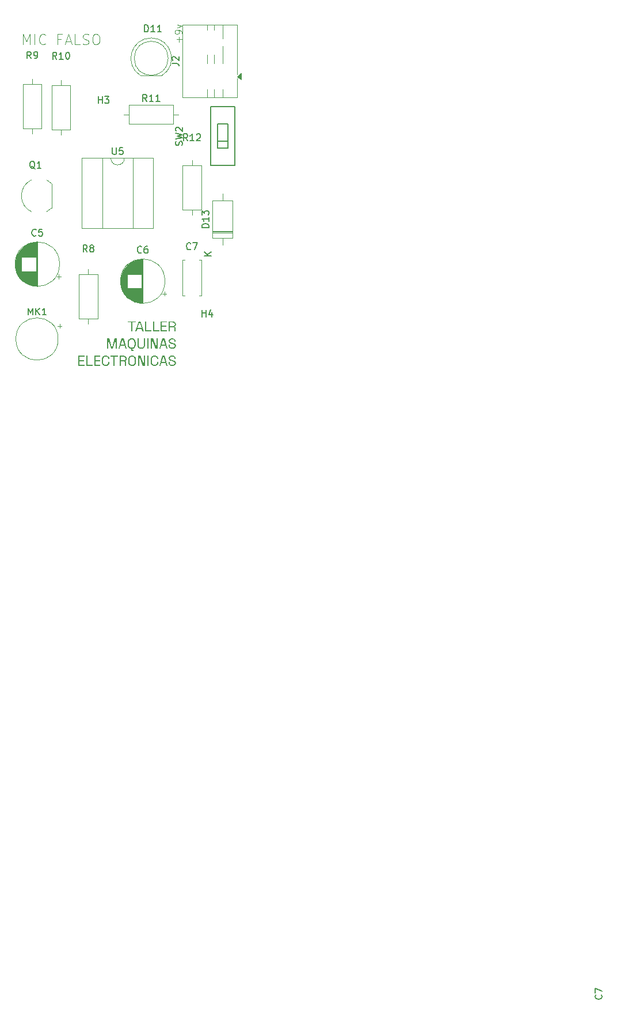
<source format=gbr>
%TF.GenerationSoftware,KiCad,Pcbnew,9.0.2*%
%TF.CreationDate,2025-06-20T15:59:31-04:00*%
%TF.ProjectId,proj02-g05,70726f6a-3032-42d6-9730-352e6b696361,rev?*%
%TF.SameCoordinates,Original*%
%TF.FileFunction,Legend,Top*%
%TF.FilePolarity,Positive*%
%FSLAX46Y46*%
G04 Gerber Fmt 4.6, Leading zero omitted, Abs format (unit mm)*
G04 Created by KiCad (PCBNEW 9.0.2) date 2025-06-20 15:59:31*
%MOMM*%
%LPD*%
G01*
G04 APERTURE LIST*
%ADD10C,0.150000*%
%ADD11C,0.100000*%
%ADD12C,0.120000*%
G04 APERTURE END LIST*
D10*
X124583333Y-62859580D02*
X124535714Y-62907200D01*
X124535714Y-62907200D02*
X124392857Y-62954819D01*
X124392857Y-62954819D02*
X124297619Y-62954819D01*
X124297619Y-62954819D02*
X124154762Y-62907200D01*
X124154762Y-62907200D02*
X124059524Y-62811961D01*
X124059524Y-62811961D02*
X124011905Y-62716723D01*
X124011905Y-62716723D02*
X123964286Y-62526247D01*
X123964286Y-62526247D02*
X123964286Y-62383390D01*
X123964286Y-62383390D02*
X124011905Y-62192914D01*
X124011905Y-62192914D02*
X124059524Y-62097676D01*
X124059524Y-62097676D02*
X124154762Y-62002438D01*
X124154762Y-62002438D02*
X124297619Y-61954819D01*
X124297619Y-61954819D02*
X124392857Y-61954819D01*
X124392857Y-61954819D02*
X124535714Y-62002438D01*
X124535714Y-62002438D02*
X124583333Y-62050057D01*
X124916667Y-61954819D02*
X125583333Y-61954819D01*
X125583333Y-61954819D02*
X125154762Y-62954819D01*
D11*
X99922931Y-32811228D02*
X99922931Y-31311228D01*
X99922931Y-31311228D02*
X100422931Y-32382657D01*
X100422931Y-32382657D02*
X100922931Y-31311228D01*
X100922931Y-31311228D02*
X100922931Y-32811228D01*
X101637217Y-32811228D02*
X101637217Y-31311228D01*
X103208646Y-32668371D02*
X103137218Y-32739800D01*
X103137218Y-32739800D02*
X102922932Y-32811228D01*
X102922932Y-32811228D02*
X102780075Y-32811228D01*
X102780075Y-32811228D02*
X102565789Y-32739800D01*
X102565789Y-32739800D02*
X102422932Y-32596942D01*
X102422932Y-32596942D02*
X102351503Y-32454085D01*
X102351503Y-32454085D02*
X102280075Y-32168371D01*
X102280075Y-32168371D02*
X102280075Y-31954085D01*
X102280075Y-31954085D02*
X102351503Y-31668371D01*
X102351503Y-31668371D02*
X102422932Y-31525514D01*
X102422932Y-31525514D02*
X102565789Y-31382657D01*
X102565789Y-31382657D02*
X102780075Y-31311228D01*
X102780075Y-31311228D02*
X102922932Y-31311228D01*
X102922932Y-31311228D02*
X103137218Y-31382657D01*
X103137218Y-31382657D02*
X103208646Y-31454085D01*
X105494360Y-32025514D02*
X104994360Y-32025514D01*
X104994360Y-32811228D02*
X104994360Y-31311228D01*
X104994360Y-31311228D02*
X105708646Y-31311228D01*
X106208646Y-32382657D02*
X106922932Y-32382657D01*
X106065789Y-32811228D02*
X106565789Y-31311228D01*
X106565789Y-31311228D02*
X107065789Y-32811228D01*
X108280074Y-32811228D02*
X107565788Y-32811228D01*
X107565788Y-32811228D02*
X107565788Y-31311228D01*
X108708646Y-32739800D02*
X108922932Y-32811228D01*
X108922932Y-32811228D02*
X109280074Y-32811228D01*
X109280074Y-32811228D02*
X109422932Y-32739800D01*
X109422932Y-32739800D02*
X109494360Y-32668371D01*
X109494360Y-32668371D02*
X109565789Y-32525514D01*
X109565789Y-32525514D02*
X109565789Y-32382657D01*
X109565789Y-32382657D02*
X109494360Y-32239800D01*
X109494360Y-32239800D02*
X109422932Y-32168371D01*
X109422932Y-32168371D02*
X109280074Y-32096942D01*
X109280074Y-32096942D02*
X108994360Y-32025514D01*
X108994360Y-32025514D02*
X108851503Y-31954085D01*
X108851503Y-31954085D02*
X108780074Y-31882657D01*
X108780074Y-31882657D02*
X108708646Y-31739800D01*
X108708646Y-31739800D02*
X108708646Y-31596942D01*
X108708646Y-31596942D02*
X108780074Y-31454085D01*
X108780074Y-31454085D02*
X108851503Y-31382657D01*
X108851503Y-31382657D02*
X108994360Y-31311228D01*
X108994360Y-31311228D02*
X109351503Y-31311228D01*
X109351503Y-31311228D02*
X109565789Y-31382657D01*
X110494360Y-31311228D02*
X110780074Y-31311228D01*
X110780074Y-31311228D02*
X110922931Y-31382657D01*
X110922931Y-31382657D02*
X111065788Y-31525514D01*
X111065788Y-31525514D02*
X111137217Y-31811228D01*
X111137217Y-31811228D02*
X111137217Y-32311228D01*
X111137217Y-32311228D02*
X111065788Y-32596942D01*
X111065788Y-32596942D02*
X110922931Y-32739800D01*
X110922931Y-32739800D02*
X110780074Y-32811228D01*
X110780074Y-32811228D02*
X110494360Y-32811228D01*
X110494360Y-32811228D02*
X110351503Y-32739800D01*
X110351503Y-32739800D02*
X110208645Y-32596942D01*
X110208645Y-32596942D02*
X110137217Y-32311228D01*
X110137217Y-32311228D02*
X110137217Y-31811228D01*
X110137217Y-31811228D02*
X110208645Y-31525514D01*
X110208645Y-31525514D02*
X110351503Y-31382657D01*
X110351503Y-31382657D02*
X110494360Y-31311228D01*
G36*
X115832262Y-74955000D02*
G01*
X116008666Y-74955000D01*
X116008666Y-73644698D01*
X116481185Y-73644698D01*
X116481185Y-73485054D01*
X115359835Y-73485054D01*
X115359835Y-73644698D01*
X115832262Y-73644698D01*
X115832262Y-74955000D01*
G37*
G36*
X117650711Y-74955000D02*
G01*
X117467987Y-74955000D01*
X117354597Y-74583323D01*
X116728847Y-74583323D01*
X116615366Y-74955000D01*
X116432733Y-74955000D01*
X116596646Y-74423771D01*
X116775009Y-74423771D01*
X117308435Y-74423771D01*
X117056377Y-73592124D01*
X117026976Y-73592124D01*
X116775009Y-74423771D01*
X116596646Y-74423771D01*
X116886292Y-73485054D01*
X117197061Y-73485054D01*
X117650711Y-74955000D01*
G37*
G36*
X117870072Y-74955000D02*
G01*
X118789829Y-74955000D01*
X118789829Y-74795448D01*
X118046476Y-74795448D01*
X118046476Y-73485054D01*
X117870072Y-73485054D01*
X117870072Y-74955000D01*
G37*
G36*
X119016059Y-74955000D02*
G01*
X119935817Y-74955000D01*
X119935817Y-74795448D01*
X119192464Y-74795448D01*
X119192464Y-73485054D01*
X119016059Y-73485054D01*
X119016059Y-74955000D01*
G37*
G36*
X120162047Y-74955000D02*
G01*
X121077591Y-74955000D01*
X121077591Y-74795448D01*
X120338451Y-74795448D01*
X120338451Y-74295635D01*
X121008348Y-74295635D01*
X121008348Y-74136084D01*
X120338451Y-74136084D01*
X120338451Y-73644698D01*
X121067150Y-73644698D01*
X121067150Y-73485054D01*
X120162047Y-73485054D01*
X120162047Y-74955000D01*
G37*
G36*
X122033685Y-73491646D02*
G01*
X122142620Y-73518100D01*
X122232655Y-73561857D01*
X122303598Y-73620390D01*
X122355550Y-73692280D01*
X122374310Y-73733142D01*
X122388035Y-73777236D01*
X122396543Y-73824926D01*
X122399433Y-73875690D01*
X122399433Y-73898771D01*
X122392502Y-73980086D01*
X122381087Y-74027006D01*
X122364806Y-74069342D01*
X122343122Y-74108778D01*
X122317219Y-74143390D01*
X122285535Y-74175126D01*
X122250362Y-74201582D01*
X122209543Y-74224214D01*
X122166334Y-74241047D01*
X122166334Y-74270448D01*
X122193854Y-74273122D01*
X122254579Y-74292906D01*
X122299754Y-74329691D01*
X122316747Y-74354867D01*
X122329473Y-74384640D01*
X122337772Y-74420517D01*
X122340632Y-74461507D01*
X122340632Y-74955000D01*
X122166334Y-74955000D01*
X122166334Y-74482573D01*
X122160912Y-74436456D01*
X122138838Y-74392714D01*
X122120580Y-74376147D01*
X122097546Y-74363845D01*
X122065790Y-74355235D01*
X122027757Y-74352330D01*
X121519609Y-74352330D01*
X121519609Y-74955000D01*
X121343205Y-74955000D01*
X121343205Y-74192779D01*
X121519609Y-74192779D01*
X121920687Y-74192779D01*
X121974394Y-74189976D01*
X122062409Y-74169950D01*
X122130150Y-74133345D01*
X122179759Y-74081370D01*
X122198101Y-74049051D01*
X122211513Y-74013011D01*
X122220124Y-73971435D01*
X122223029Y-73926065D01*
X122223029Y-73911319D01*
X122220852Y-73870726D01*
X122201742Y-73794200D01*
X122164287Y-73733556D01*
X122138166Y-73708340D01*
X122107436Y-73687179D01*
X122070043Y-73669331D01*
X122027687Y-73656234D01*
X121976922Y-73647605D01*
X121920687Y-73644698D01*
X121519609Y-73644698D01*
X121519609Y-74192779D01*
X121343205Y-74192779D01*
X121343205Y-73485054D01*
X121937448Y-73485054D01*
X122033685Y-73491646D01*
G37*
G36*
X112241251Y-77475000D02*
G01*
X112411335Y-77475000D01*
X112411335Y-76120551D01*
X112440736Y-76120551D01*
X112829174Y-77475000D01*
X113133714Y-77475000D01*
X113522243Y-76120551D01*
X113551644Y-76120551D01*
X113551644Y-77475000D01*
X113721729Y-77475000D01*
X113721729Y-76005054D01*
X113385681Y-76005054D01*
X112995137Y-77363716D01*
X112967842Y-77363716D01*
X112577207Y-76005054D01*
X112241251Y-76005054D01*
X112241251Y-77475000D01*
G37*
G36*
X115159434Y-77475000D02*
G01*
X114976709Y-77475000D01*
X114863320Y-77103323D01*
X114237569Y-77103323D01*
X114124088Y-77475000D01*
X113941456Y-77475000D01*
X114105369Y-76943771D01*
X114283731Y-76943771D01*
X114817158Y-76943771D01*
X114565099Y-76112124D01*
X114535698Y-76112124D01*
X114283731Y-76943771D01*
X114105369Y-76943771D01*
X114395014Y-76005054D01*
X114705783Y-76005054D01*
X115159434Y-77475000D01*
G37*
G36*
X116013192Y-75984630D02*
G01*
X116128755Y-76013516D01*
X116226930Y-76060408D01*
X116308910Y-76124461D01*
X116344109Y-76163090D01*
X116375231Y-76206045D01*
X116402544Y-76254092D01*
X116425369Y-76306529D01*
X116443997Y-76364920D01*
X116457592Y-76427859D01*
X116466191Y-76497597D01*
X116469094Y-76572095D01*
X116469094Y-76908051D01*
X116468298Y-76947654D01*
X116451971Y-77082092D01*
X116416588Y-77195978D01*
X116363921Y-77291320D01*
X116331244Y-77332630D01*
X116294547Y-77369584D01*
X116253180Y-77402708D01*
X116207924Y-77431244D01*
X116157271Y-77455854D01*
X116102781Y-77475496D01*
X116042150Y-77490623D01*
X115977708Y-77500279D01*
X115977708Y-77607349D01*
X115980075Y-77629524D01*
X115997316Y-77658632D01*
X116014451Y-77667431D01*
X116036510Y-77670363D01*
X116175178Y-77670363D01*
X116175178Y-77815260D01*
X115977708Y-77815260D01*
X115956324Y-77814289D01*
X115894308Y-77797830D01*
X115847527Y-77762957D01*
X115829889Y-77738612D01*
X115816827Y-77710154D01*
X115808396Y-77676466D01*
X115805517Y-77638856D01*
X115805517Y-77500279D01*
X115770866Y-77495802D01*
X115655857Y-77467071D01*
X115558014Y-77420263D01*
X115476224Y-77356220D01*
X115441088Y-77317575D01*
X115410005Y-77274575D01*
X115382729Y-77226484D01*
X115359923Y-77173973D01*
X115341316Y-77115517D01*
X115327730Y-77052481D01*
X115319139Y-76982664D01*
X115316237Y-76908051D01*
X115316237Y-76572095D01*
X115316658Y-76565775D01*
X115492642Y-76565775D01*
X115492642Y-76914371D01*
X115497365Y-76995275D01*
X115520888Y-77100186D01*
X115561729Y-77185548D01*
X115618515Y-77253003D01*
X115653047Y-77280398D01*
X115691444Y-77303256D01*
X115734736Y-77321859D01*
X115781885Y-77335429D01*
X115834787Y-77344049D01*
X115891613Y-77346955D01*
X115960245Y-77342733D01*
X116056080Y-77319533D01*
X116135624Y-77277769D01*
X116169842Y-77249975D01*
X116200066Y-77217800D01*
X116226851Y-77180323D01*
X116249226Y-77138485D01*
X116267731Y-77090419D01*
X116281230Y-77037917D01*
X116289872Y-76978404D01*
X116292781Y-76914371D01*
X116292781Y-76565775D01*
X116287938Y-76483889D01*
X116264284Y-76379300D01*
X116223342Y-76294236D01*
X116166414Y-76226994D01*
X116131760Y-76199664D01*
X116093209Y-76176855D01*
X116049681Y-76158274D01*
X116002243Y-76144717D01*
X115948927Y-76136097D01*
X115891613Y-76133190D01*
X115824428Y-76137297D01*
X115729005Y-76160367D01*
X115649663Y-76202087D01*
X115615496Y-76229892D01*
X115585302Y-76262100D01*
X115558538Y-76299620D01*
X115536171Y-76341521D01*
X115517679Y-76389633D01*
X115504183Y-76442197D01*
X115495550Y-76501722D01*
X115492642Y-76565775D01*
X115316658Y-76565775D01*
X115324391Y-76449544D01*
X115352441Y-76327673D01*
X115398374Y-76225034D01*
X115427684Y-76180345D01*
X115461100Y-76139958D01*
X115498935Y-76103523D01*
X115540693Y-76071567D01*
X115587490Y-76043462D01*
X115638123Y-76020158D01*
X115694530Y-76001104D01*
X115754731Y-75987307D01*
X115821300Y-75978576D01*
X115891613Y-75975654D01*
X116013192Y-75984630D01*
G37*
G36*
X117293414Y-77504400D02*
G01*
X117364674Y-77501475D01*
X117431900Y-77492723D01*
X117491994Y-77478992D01*
X117547997Y-77460032D01*
X117597483Y-77437064D01*
X117642865Y-77409378D01*
X117682594Y-77378218D01*
X117718172Y-77342715D01*
X117748877Y-77303698D01*
X117775279Y-77260548D01*
X117814543Y-77162003D01*
X117834939Y-77045242D01*
X117837373Y-76983613D01*
X117837373Y-76005054D01*
X117660969Y-76005054D01*
X117660969Y-76985720D01*
X117658060Y-77044379D01*
X117649423Y-77097896D01*
X117636148Y-77143638D01*
X117618009Y-77184780D01*
X117596118Y-77219941D01*
X117569944Y-77250837D01*
X117505878Y-77299378D01*
X117424021Y-77331634D01*
X117320988Y-77346367D01*
X117293414Y-77346955D01*
X117233237Y-77344027D01*
X117178049Y-77335256D01*
X117131383Y-77321893D01*
X117089245Y-77303521D01*
X117053710Y-77281590D01*
X117022399Y-77255218D01*
X116996056Y-77225284D01*
X116973888Y-77191163D01*
X116942193Y-77109535D01*
X116928403Y-77006641D01*
X116928057Y-76985720D01*
X116928057Y-76005054D01*
X116751653Y-76005054D01*
X116751653Y-76983613D01*
X116754552Y-77050727D01*
X116763128Y-77113327D01*
X116776687Y-77169698D01*
X116795238Y-77221775D01*
X116818067Y-77268569D01*
X116845357Y-77311203D01*
X116912193Y-77383489D01*
X116995808Y-77439627D01*
X117097255Y-77479351D01*
X117217967Y-77501067D01*
X117293414Y-77504400D01*
G37*
G36*
X118160232Y-77475000D02*
G01*
X118336636Y-77475000D01*
X118336636Y-76005054D01*
X118160232Y-76005054D01*
X118160232Y-77475000D01*
G37*
G36*
X118671676Y-77475000D02*
G01*
X118845974Y-77475000D01*
X118845974Y-76114231D01*
X118875375Y-76114231D01*
X119385629Y-77475000D01*
X119727904Y-77475000D01*
X119727904Y-76005054D01*
X119553607Y-76005054D01*
X119553607Y-77363716D01*
X119526312Y-77363716D01*
X119013952Y-76005054D01*
X118671676Y-76005054D01*
X118671676Y-77475000D01*
G37*
G36*
X121167808Y-77475000D02*
G01*
X120985083Y-77475000D01*
X120871694Y-77103323D01*
X120245943Y-77103323D01*
X120132462Y-77475000D01*
X119949830Y-77475000D01*
X120113743Y-76943771D01*
X120292105Y-76943771D01*
X120825532Y-76943771D01*
X120573473Y-76112124D01*
X120544072Y-76112124D01*
X120292105Y-76943771D01*
X120113743Y-76943771D01*
X120403389Y-76005054D01*
X120714157Y-76005054D01*
X121167808Y-77475000D01*
G37*
G36*
X121870586Y-77504400D02*
G01*
X121941201Y-77501504D01*
X122007728Y-77492954D01*
X122068668Y-77479305D01*
X122125209Y-77460630D01*
X122175813Y-77437803D01*
X122221804Y-77410577D01*
X122261897Y-77380052D01*
X122297217Y-77345705D01*
X122326926Y-77308611D01*
X122351700Y-77268181D01*
X122371130Y-77225152D01*
X122385389Y-77179172D01*
X122394292Y-77130407D01*
X122397666Y-77078991D01*
X122397692Y-77073922D01*
X122394811Y-77022030D01*
X122386366Y-76974636D01*
X122373009Y-76932386D01*
X122354893Y-76893958D01*
X122304464Y-76826539D01*
X122232789Y-76768676D01*
X122134083Y-76718199D01*
X121997979Y-76673616D01*
X121944042Y-76660297D01*
X121834865Y-76632911D01*
X121725109Y-76601816D01*
X121637327Y-76564441D01*
X121600928Y-76540752D01*
X121571251Y-76513207D01*
X121551677Y-76486495D01*
X121537206Y-76456091D01*
X121524294Y-76385745D01*
X121524097Y-76374624D01*
X121526989Y-76334647D01*
X121535512Y-76297970D01*
X121549011Y-76265481D01*
X121567422Y-76236271D01*
X121618602Y-76187644D01*
X121690429Y-76152078D01*
X121785287Y-76131968D01*
X121845398Y-76128977D01*
X121907126Y-76131950D01*
X121964580Y-76141033D01*
X122011981Y-76154597D01*
X122054949Y-76173465D01*
X122089655Y-76195288D01*
X122119993Y-76221745D01*
X122144098Y-76250793D01*
X122163798Y-76284120D01*
X122178514Y-76320911D01*
X122188490Y-76361991D01*
X122193994Y-76429213D01*
X122193994Y-76517415D01*
X122368292Y-76517415D01*
X122368292Y-76429213D01*
X122365405Y-76371995D01*
X122356924Y-76318585D01*
X122343328Y-76269614D01*
X122324798Y-76224374D01*
X122273841Y-76144979D01*
X122204622Y-76079539D01*
X122116754Y-76028374D01*
X122009721Y-75993136D01*
X121883890Y-75976535D01*
X121845398Y-75975654D01*
X121776386Y-75978555D01*
X121711382Y-75987138D01*
X121652240Y-76000783D01*
X121597486Y-76019479D01*
X121549023Y-76042184D01*
X121505188Y-76069298D01*
X121467533Y-76099491D01*
X121434662Y-76133513D01*
X121407542Y-76170087D01*
X121385368Y-76210022D01*
X121368579Y-76252498D01*
X121356995Y-76297996D01*
X121349799Y-76376731D01*
X121352692Y-76429666D01*
X121361218Y-76477983D01*
X121374588Y-76520525D01*
X121392795Y-76559254D01*
X121443301Y-76626666D01*
X121515300Y-76684433D01*
X121615285Y-76735093D01*
X121755072Y-76780412D01*
X121786597Y-76788341D01*
X121895773Y-76815635D01*
X122007746Y-76845852D01*
X122099701Y-76883196D01*
X122138601Y-76907154D01*
X122170738Y-76935128D01*
X122191966Y-76961933D01*
X122207950Y-76992410D01*
X122217957Y-77024757D01*
X122222889Y-77061046D01*
X122223395Y-77078135D01*
X122220477Y-77119053D01*
X122211777Y-77157673D01*
X122197873Y-77192681D01*
X122178666Y-77224950D01*
X122154572Y-77253845D01*
X122125451Y-77279524D01*
X122051787Y-77320391D01*
X121956257Y-77345218D01*
X121870586Y-77351168D01*
X121810369Y-77348226D01*
X121753981Y-77339353D01*
X121705315Y-77325707D01*
X121660672Y-77306810D01*
X121622870Y-77284342D01*
X121589161Y-77257189D01*
X121561066Y-77226874D01*
X121537191Y-77192213D01*
X121518071Y-77153874D01*
X121503488Y-77111262D01*
X121488807Y-77011895D01*
X121488376Y-76989933D01*
X121488376Y-76945878D01*
X121314079Y-76945878D01*
X121314079Y-76989933D01*
X121316969Y-77054348D01*
X121325483Y-77114425D01*
X121339042Y-77169074D01*
X121357541Y-77219574D01*
X121380523Y-77265531D01*
X121407915Y-77307427D01*
X121475574Y-77379499D01*
X121560649Y-77436335D01*
X121663928Y-77477231D01*
X121786100Y-77500271D01*
X121870586Y-77504400D01*
G37*
G36*
X108044182Y-79995000D02*
G01*
X108959726Y-79995000D01*
X108959726Y-79835448D01*
X108220586Y-79835448D01*
X108220586Y-79335635D01*
X108890483Y-79335635D01*
X108890483Y-79176084D01*
X108220586Y-79176084D01*
X108220586Y-78684698D01*
X108949284Y-78684698D01*
X108949284Y-78525054D01*
X108044182Y-78525054D01*
X108044182Y-79995000D01*
G37*
G36*
X109225340Y-79995000D02*
G01*
X110145097Y-79995000D01*
X110145097Y-79835448D01*
X109401744Y-79835448D01*
X109401744Y-78525054D01*
X109225340Y-78525054D01*
X109225340Y-79995000D01*
G37*
G36*
X110371327Y-79995000D02*
G01*
X111286872Y-79995000D01*
X111286872Y-79835448D01*
X110547732Y-79835448D01*
X110547732Y-79335635D01*
X111217629Y-79335635D01*
X111217629Y-79176084D01*
X110547732Y-79176084D01*
X110547732Y-78684698D01*
X111276430Y-78684698D01*
X111276430Y-78525054D01*
X110371327Y-78525054D01*
X110371327Y-79995000D01*
G37*
G36*
X112083714Y-80024400D02*
G01*
X112152827Y-80021496D01*
X112217535Y-80012887D01*
X112275884Y-79999276D01*
X112329968Y-79980616D01*
X112378480Y-79957722D01*
X112422815Y-79930306D01*
X112462375Y-79898976D01*
X112497751Y-79863505D01*
X112555790Y-79780482D01*
X112596851Y-79680464D01*
X112619592Y-79562136D01*
X112623460Y-79482639D01*
X112623460Y-79455345D01*
X112449162Y-79455345D01*
X112449162Y-79488959D01*
X112446217Y-79548117D01*
X112437321Y-79603640D01*
X112423632Y-79651620D01*
X112404651Y-79695720D01*
X112382057Y-79733123D01*
X112354718Y-79766534D01*
X112324136Y-79794441D01*
X112289126Y-79818193D01*
X112250321Y-79837258D01*
X112207135Y-79851819D01*
X112106207Y-79866518D01*
X112083714Y-79866955D01*
X112027343Y-79864048D01*
X111974824Y-79855421D01*
X111927991Y-79841836D01*
X111884959Y-79823203D01*
X111846762Y-79800293D01*
X111812389Y-79772823D01*
X111755797Y-79705100D01*
X111715045Y-79619273D01*
X111691557Y-79513646D01*
X111686850Y-79432264D01*
X111686850Y-79087882D01*
X111689757Y-79023354D01*
X111698382Y-78963432D01*
X111711863Y-78910535D01*
X111730327Y-78862151D01*
X111752649Y-78820037D01*
X111779345Y-78782351D01*
X111809441Y-78750027D01*
X111843475Y-78722140D01*
X111922409Y-78680350D01*
X112017193Y-78657282D01*
X112083714Y-78653190D01*
X112140289Y-78656075D01*
X112191913Y-78664545D01*
X112237205Y-78677797D01*
X112277964Y-78695768D01*
X112313732Y-78717841D01*
X112345199Y-78744010D01*
X112395911Y-78808507D01*
X112430622Y-78890237D01*
X112447824Y-78990888D01*
X112449162Y-79031187D01*
X112449162Y-79047948D01*
X112623460Y-79047948D01*
X112623460Y-79037415D01*
X112620544Y-78968128D01*
X112611851Y-78902839D01*
X112598135Y-78844033D01*
X112579242Y-78789239D01*
X112556177Y-78740324D01*
X112528430Y-78695432D01*
X112496939Y-78655672D01*
X112461126Y-78620000D01*
X112421476Y-78588838D01*
X112377715Y-78561939D01*
X112277397Y-78521224D01*
X112158609Y-78499082D01*
X112083714Y-78495654D01*
X112013806Y-78498576D01*
X111947586Y-78507307D01*
X111887641Y-78521112D01*
X111831450Y-78540180D01*
X111780972Y-78563514D01*
X111734301Y-78591659D01*
X111692633Y-78623674D01*
X111654870Y-78660178D01*
X111621510Y-78700652D01*
X111592249Y-78745442D01*
X111546410Y-78848312D01*
X111518473Y-78970432D01*
X111510445Y-79092095D01*
X111510445Y-79428051D01*
X111513347Y-79502547D01*
X111521938Y-79572283D01*
X111535530Y-79635288D01*
X111554146Y-79693734D01*
X111576970Y-79746261D01*
X111604268Y-79794378D01*
X111635376Y-79837408D01*
X111670541Y-79876087D01*
X111752378Y-79940179D01*
X111850225Y-79986995D01*
X111965152Y-80015687D01*
X112083714Y-80024400D01*
G37*
G36*
X113225213Y-79995000D02*
G01*
X113401618Y-79995000D01*
X113401618Y-78684698D01*
X113874136Y-78684698D01*
X113874136Y-78525054D01*
X112752787Y-78525054D01*
X112752787Y-78684698D01*
X113225213Y-78684698D01*
X113225213Y-79995000D01*
G37*
G36*
X114788464Y-78531646D02*
G01*
X114897400Y-78558100D01*
X114987435Y-78601857D01*
X115058378Y-78660390D01*
X115110330Y-78732280D01*
X115129090Y-78773142D01*
X115142815Y-78817236D01*
X115151323Y-78864926D01*
X115154213Y-78915690D01*
X115154213Y-78938771D01*
X115147281Y-79020086D01*
X115135866Y-79067006D01*
X115119586Y-79109342D01*
X115097902Y-79148778D01*
X115071998Y-79183390D01*
X115040315Y-79215126D01*
X115005141Y-79241582D01*
X114964322Y-79264214D01*
X114921114Y-79281047D01*
X114921114Y-79310448D01*
X114948634Y-79313122D01*
X115009359Y-79332906D01*
X115054534Y-79369691D01*
X115071527Y-79394867D01*
X115084253Y-79424640D01*
X115092551Y-79460517D01*
X115095411Y-79501507D01*
X115095411Y-79995000D01*
X114921114Y-79995000D01*
X114921114Y-79522573D01*
X114915692Y-79476456D01*
X114893618Y-79432714D01*
X114875359Y-79416147D01*
X114852326Y-79403845D01*
X114820570Y-79395235D01*
X114782536Y-79392330D01*
X114274389Y-79392330D01*
X114274389Y-79995000D01*
X114097985Y-79995000D01*
X114097985Y-79232779D01*
X114274389Y-79232779D01*
X114675466Y-79232779D01*
X114729173Y-79229976D01*
X114817188Y-79209950D01*
X114884929Y-79173345D01*
X114934539Y-79121370D01*
X114952880Y-79089051D01*
X114966292Y-79053011D01*
X114974904Y-79011435D01*
X114977809Y-78966065D01*
X114977809Y-78951319D01*
X114975632Y-78910726D01*
X114956521Y-78834200D01*
X114919067Y-78773556D01*
X114892945Y-78748340D01*
X114862216Y-78727179D01*
X114824823Y-78709331D01*
X114782466Y-78696234D01*
X114731702Y-78687605D01*
X114675466Y-78684698D01*
X114274389Y-78684698D01*
X114274389Y-79232779D01*
X114097985Y-79232779D01*
X114097985Y-78525054D01*
X114692228Y-78525054D01*
X114788464Y-78531646D01*
G37*
G36*
X116077673Y-78504630D02*
G01*
X116193235Y-78533516D01*
X116291411Y-78580408D01*
X116373390Y-78644461D01*
X116408589Y-78683090D01*
X116439711Y-78726045D01*
X116467024Y-78774092D01*
X116489850Y-78826529D01*
X116508477Y-78884920D01*
X116522072Y-78947859D01*
X116530671Y-79017597D01*
X116533574Y-79092095D01*
X116533574Y-79428051D01*
X116525303Y-79551421D01*
X116497149Y-79673039D01*
X116451134Y-79775439D01*
X116421779Y-79820026D01*
X116388313Y-79860322D01*
X116350407Y-79896685D01*
X116308563Y-79928580D01*
X116261638Y-79956645D01*
X116210851Y-79979918D01*
X116154221Y-79998958D01*
X116093756Y-80012746D01*
X116026825Y-80021478D01*
X115956093Y-80024400D01*
X115836027Y-80015558D01*
X115720775Y-79986772D01*
X115622761Y-79939923D01*
X115540854Y-79875859D01*
X115505673Y-79837209D01*
X115474559Y-79794221D01*
X115447254Y-79746144D01*
X115424430Y-79693666D01*
X115405808Y-79635252D01*
X115392215Y-79572283D01*
X115383620Y-79502547D01*
X115380718Y-79428051D01*
X115380718Y-79092095D01*
X115381138Y-79085775D01*
X115557122Y-79085775D01*
X115557122Y-79434371D01*
X115561845Y-79515275D01*
X115585369Y-79620186D01*
X115626209Y-79705548D01*
X115682995Y-79773003D01*
X115717527Y-79800398D01*
X115755924Y-79823256D01*
X115799216Y-79841859D01*
X115846365Y-79855429D01*
X115899268Y-79864049D01*
X115956093Y-79866955D01*
X116024725Y-79862733D01*
X116120560Y-79839533D01*
X116200105Y-79797769D01*
X116234323Y-79769975D01*
X116264546Y-79737800D01*
X116291332Y-79700323D01*
X116313706Y-79658485D01*
X116332211Y-79610419D01*
X116345711Y-79557917D01*
X116354352Y-79498404D01*
X116357262Y-79434371D01*
X116357262Y-79085775D01*
X116352419Y-79003889D01*
X116328764Y-78899300D01*
X116287822Y-78814236D01*
X116230895Y-78746994D01*
X116196240Y-78719664D01*
X116157690Y-78696855D01*
X116114161Y-78678274D01*
X116066724Y-78664717D01*
X116013407Y-78656097D01*
X115956093Y-78653190D01*
X115888909Y-78657297D01*
X115793485Y-78680367D01*
X115714143Y-78722087D01*
X115679976Y-78749892D01*
X115649783Y-78782100D01*
X115623018Y-78819620D01*
X115600652Y-78861521D01*
X115582159Y-78909633D01*
X115568663Y-78962197D01*
X115560030Y-79021722D01*
X115557122Y-79085775D01*
X115381138Y-79085775D01*
X115388871Y-78969544D01*
X115416922Y-78847673D01*
X115462854Y-78745034D01*
X115492165Y-78700345D01*
X115525580Y-78659958D01*
X115563416Y-78623523D01*
X115605173Y-78591567D01*
X115651971Y-78563462D01*
X115702603Y-78540158D01*
X115759010Y-78521104D01*
X115819212Y-78507307D01*
X115885780Y-78498576D01*
X115956093Y-78495654D01*
X116077673Y-78504630D01*
G37*
G36*
X116826666Y-79995000D02*
G01*
X117000964Y-79995000D01*
X117000964Y-78634231D01*
X117030364Y-78634231D01*
X117540618Y-79995000D01*
X117882894Y-79995000D01*
X117882894Y-78525054D01*
X117708596Y-78525054D01*
X117708596Y-79883716D01*
X117681302Y-79883716D01*
X117168942Y-78525054D01*
X116826666Y-78525054D01*
X116826666Y-79995000D01*
G37*
G36*
X118220316Y-79995000D02*
G01*
X118396720Y-79995000D01*
X118396720Y-78525054D01*
X118220316Y-78525054D01*
X118220316Y-79995000D01*
G37*
G36*
X119262988Y-80024400D02*
G01*
X119332101Y-80021496D01*
X119396809Y-80012887D01*
X119455159Y-79999276D01*
X119509242Y-79980616D01*
X119557755Y-79957722D01*
X119602089Y-79930306D01*
X119641650Y-79898976D01*
X119677025Y-79863505D01*
X119735064Y-79780482D01*
X119776126Y-79680464D01*
X119798866Y-79562136D01*
X119802734Y-79482639D01*
X119802734Y-79455345D01*
X119628437Y-79455345D01*
X119628437Y-79488959D01*
X119625491Y-79548117D01*
X119616595Y-79603640D01*
X119602906Y-79651620D01*
X119583925Y-79695720D01*
X119561331Y-79733123D01*
X119533992Y-79766534D01*
X119503411Y-79794441D01*
X119468400Y-79818193D01*
X119429595Y-79837258D01*
X119386409Y-79851819D01*
X119285481Y-79866518D01*
X119262988Y-79866955D01*
X119206617Y-79864048D01*
X119154098Y-79855421D01*
X119107265Y-79841836D01*
X119064233Y-79823203D01*
X119026037Y-79800293D01*
X118991664Y-79772823D01*
X118935072Y-79705100D01*
X118894319Y-79619273D01*
X118870831Y-79513646D01*
X118866124Y-79432264D01*
X118866124Y-79087882D01*
X118869031Y-79023354D01*
X118877656Y-78963432D01*
X118891137Y-78910535D01*
X118909601Y-78862151D01*
X118931923Y-78820037D01*
X118958620Y-78782351D01*
X118988715Y-78750027D01*
X119022749Y-78722140D01*
X119101683Y-78680350D01*
X119196467Y-78657282D01*
X119262988Y-78653190D01*
X119319563Y-78656075D01*
X119371187Y-78664545D01*
X119416479Y-78677797D01*
X119457238Y-78695768D01*
X119493006Y-78717841D01*
X119524473Y-78744010D01*
X119575185Y-78808507D01*
X119609896Y-78890237D01*
X119627098Y-78990888D01*
X119628437Y-79031187D01*
X119628437Y-79047948D01*
X119802734Y-79047948D01*
X119802734Y-79037415D01*
X119799818Y-78968128D01*
X119791125Y-78902839D01*
X119777410Y-78844033D01*
X119758516Y-78789239D01*
X119735451Y-78740324D01*
X119707705Y-78695432D01*
X119676213Y-78655672D01*
X119640400Y-78620000D01*
X119600751Y-78588838D01*
X119556990Y-78561939D01*
X119456671Y-78521224D01*
X119337883Y-78499082D01*
X119262988Y-78495654D01*
X119193080Y-78498576D01*
X119126860Y-78507307D01*
X119066915Y-78521112D01*
X119010724Y-78540180D01*
X118960246Y-78563514D01*
X118913575Y-78591659D01*
X118871907Y-78623674D01*
X118834145Y-78660178D01*
X118800785Y-78700652D01*
X118771523Y-78745442D01*
X118725684Y-78848312D01*
X118697747Y-78970432D01*
X118689720Y-79092095D01*
X118689720Y-79428051D01*
X118692622Y-79502547D01*
X118701212Y-79572283D01*
X118714804Y-79635288D01*
X118733421Y-79693734D01*
X118756244Y-79746261D01*
X118783542Y-79794378D01*
X118814650Y-79837408D01*
X118849815Y-79876087D01*
X118931652Y-79940179D01*
X119029500Y-79986995D01*
X119144427Y-80015687D01*
X119262988Y-80024400D01*
G37*
G36*
X121167808Y-79995000D02*
G01*
X120985083Y-79995000D01*
X120871694Y-79623323D01*
X120245944Y-79623323D01*
X120132462Y-79995000D01*
X119949830Y-79995000D01*
X120113743Y-79463771D01*
X120292105Y-79463771D01*
X120825532Y-79463771D01*
X120573473Y-78632124D01*
X120544072Y-78632124D01*
X120292105Y-79463771D01*
X120113743Y-79463771D01*
X120403389Y-78525054D01*
X120714157Y-78525054D01*
X121167808Y-79995000D01*
G37*
G36*
X121870586Y-80024400D02*
G01*
X121941201Y-80021504D01*
X122007728Y-80012954D01*
X122068668Y-79999305D01*
X122125209Y-79980630D01*
X122175814Y-79957803D01*
X122221804Y-79930577D01*
X122261897Y-79900052D01*
X122297217Y-79865705D01*
X122326926Y-79828611D01*
X122351700Y-79788181D01*
X122371130Y-79745152D01*
X122385389Y-79699172D01*
X122394292Y-79650407D01*
X122397666Y-79598991D01*
X122397693Y-79593922D01*
X122394811Y-79542030D01*
X122386366Y-79494636D01*
X122373009Y-79452386D01*
X122354893Y-79413958D01*
X122304465Y-79346539D01*
X122232789Y-79288676D01*
X122134083Y-79238199D01*
X121997979Y-79193616D01*
X121944042Y-79180297D01*
X121834865Y-79152911D01*
X121725109Y-79121816D01*
X121637328Y-79084441D01*
X121600928Y-79060752D01*
X121571251Y-79033207D01*
X121551677Y-79006495D01*
X121537206Y-78976091D01*
X121524294Y-78905745D01*
X121524097Y-78894624D01*
X121526989Y-78854647D01*
X121535512Y-78817970D01*
X121549011Y-78785481D01*
X121567422Y-78756271D01*
X121618602Y-78707644D01*
X121690429Y-78672078D01*
X121785287Y-78651968D01*
X121845398Y-78648977D01*
X121907126Y-78651950D01*
X121964580Y-78661033D01*
X122011981Y-78674597D01*
X122054949Y-78693465D01*
X122089655Y-78715288D01*
X122119993Y-78741745D01*
X122144098Y-78770793D01*
X122163798Y-78804120D01*
X122178514Y-78840911D01*
X122188490Y-78881991D01*
X122193994Y-78949213D01*
X122193994Y-79037415D01*
X122368292Y-79037415D01*
X122368292Y-78949213D01*
X122365405Y-78891995D01*
X122356924Y-78838585D01*
X122343328Y-78789614D01*
X122324798Y-78744374D01*
X122273841Y-78664979D01*
X122204622Y-78599539D01*
X122116754Y-78548374D01*
X122009721Y-78513136D01*
X121883890Y-78496535D01*
X121845398Y-78495654D01*
X121776386Y-78498555D01*
X121711382Y-78507138D01*
X121652241Y-78520783D01*
X121597486Y-78539479D01*
X121549023Y-78562184D01*
X121505188Y-78589298D01*
X121467533Y-78619491D01*
X121434662Y-78653513D01*
X121407542Y-78690087D01*
X121385368Y-78730022D01*
X121368579Y-78772498D01*
X121356995Y-78817996D01*
X121349799Y-78896731D01*
X121352692Y-78949666D01*
X121361218Y-78997983D01*
X121374588Y-79040525D01*
X121392796Y-79079254D01*
X121443301Y-79146666D01*
X121515300Y-79204433D01*
X121615285Y-79255093D01*
X121755072Y-79300412D01*
X121786597Y-79308341D01*
X121895773Y-79335635D01*
X122007746Y-79365852D01*
X122099701Y-79403196D01*
X122138601Y-79427154D01*
X122170738Y-79455128D01*
X122191966Y-79481933D01*
X122207950Y-79512410D01*
X122217957Y-79544757D01*
X122222889Y-79581046D01*
X122223395Y-79598135D01*
X122220477Y-79639053D01*
X122211777Y-79677673D01*
X122197873Y-79712681D01*
X122178666Y-79744950D01*
X122154572Y-79773845D01*
X122125451Y-79799524D01*
X122051788Y-79840391D01*
X121956257Y-79865218D01*
X121870586Y-79871168D01*
X121810369Y-79868226D01*
X121753981Y-79859353D01*
X121705315Y-79845707D01*
X121660672Y-79826810D01*
X121622870Y-79804342D01*
X121589161Y-79777189D01*
X121561066Y-79746874D01*
X121537191Y-79712213D01*
X121518071Y-79673874D01*
X121503488Y-79631262D01*
X121488807Y-79531895D01*
X121488376Y-79509933D01*
X121488376Y-79465878D01*
X121314079Y-79465878D01*
X121314079Y-79509933D01*
X121316970Y-79574348D01*
X121325483Y-79634425D01*
X121339042Y-79689074D01*
X121357541Y-79739574D01*
X121380523Y-79785531D01*
X121407915Y-79827427D01*
X121475574Y-79899499D01*
X121560649Y-79956335D01*
X121663929Y-79997231D01*
X121786101Y-80020271D01*
X121870586Y-80024400D01*
G37*
X122871466Y-32446115D02*
X122871466Y-31684211D01*
X123252419Y-32065163D02*
X122490514Y-32065163D01*
X123252419Y-31160401D02*
X123252419Y-30969925D01*
X123252419Y-30969925D02*
X123204800Y-30874687D01*
X123204800Y-30874687D02*
X123157180Y-30827068D01*
X123157180Y-30827068D02*
X123014323Y-30731830D01*
X123014323Y-30731830D02*
X122823847Y-30684211D01*
X122823847Y-30684211D02*
X122442895Y-30684211D01*
X122442895Y-30684211D02*
X122347657Y-30731830D01*
X122347657Y-30731830D02*
X122300038Y-30779449D01*
X122300038Y-30779449D02*
X122252419Y-30874687D01*
X122252419Y-30874687D02*
X122252419Y-31065163D01*
X122252419Y-31065163D02*
X122300038Y-31160401D01*
X122300038Y-31160401D02*
X122347657Y-31208020D01*
X122347657Y-31208020D02*
X122442895Y-31255639D01*
X122442895Y-31255639D02*
X122680990Y-31255639D01*
X122680990Y-31255639D02*
X122776228Y-31208020D01*
X122776228Y-31208020D02*
X122823847Y-31160401D01*
X122823847Y-31160401D02*
X122871466Y-31065163D01*
X122871466Y-31065163D02*
X122871466Y-30874687D01*
X122871466Y-30874687D02*
X122823847Y-30779449D01*
X122823847Y-30779449D02*
X122776228Y-30731830D01*
X122776228Y-30731830D02*
X122680990Y-30684211D01*
X122585752Y-30350877D02*
X123252419Y-30112782D01*
X123252419Y-30112782D02*
X122585752Y-29874687D01*
D10*
X101098066Y-34867052D02*
X100764733Y-34390861D01*
X100526638Y-34867052D02*
X100526638Y-33867052D01*
X100526638Y-33867052D02*
X100907590Y-33867052D01*
X100907590Y-33867052D02*
X101002828Y-33914671D01*
X101002828Y-33914671D02*
X101050447Y-33962290D01*
X101050447Y-33962290D02*
X101098066Y-34057528D01*
X101098066Y-34057528D02*
X101098066Y-34200385D01*
X101098066Y-34200385D02*
X101050447Y-34295623D01*
X101050447Y-34295623D02*
X101002828Y-34343242D01*
X101002828Y-34343242D02*
X100907590Y-34390861D01*
X100907590Y-34390861D02*
X100526638Y-34390861D01*
X101574257Y-34867052D02*
X101764733Y-34867052D01*
X101764733Y-34867052D02*
X101859971Y-34819433D01*
X101859971Y-34819433D02*
X101907590Y-34771813D01*
X101907590Y-34771813D02*
X102002828Y-34628956D01*
X102002828Y-34628956D02*
X102050447Y-34438480D01*
X102050447Y-34438480D02*
X102050447Y-34057528D01*
X102050447Y-34057528D02*
X102002828Y-33962290D01*
X102002828Y-33962290D02*
X101955209Y-33914671D01*
X101955209Y-33914671D02*
X101859971Y-33867052D01*
X101859971Y-33867052D02*
X101669495Y-33867052D01*
X101669495Y-33867052D02*
X101574257Y-33914671D01*
X101574257Y-33914671D02*
X101526638Y-33962290D01*
X101526638Y-33962290D02*
X101479019Y-34057528D01*
X101479019Y-34057528D02*
X101479019Y-34295623D01*
X101479019Y-34295623D02*
X101526638Y-34390861D01*
X101526638Y-34390861D02*
X101574257Y-34438480D01*
X101574257Y-34438480D02*
X101669495Y-34486099D01*
X101669495Y-34486099D02*
X101859971Y-34486099D01*
X101859971Y-34486099D02*
X101955209Y-34438480D01*
X101955209Y-34438480D02*
X102002828Y-34390861D01*
X102002828Y-34390861D02*
X102050447Y-34295623D01*
X118121875Y-41167052D02*
X117788542Y-40690861D01*
X117550447Y-41167052D02*
X117550447Y-40167052D01*
X117550447Y-40167052D02*
X117931399Y-40167052D01*
X117931399Y-40167052D02*
X118026637Y-40214671D01*
X118026637Y-40214671D02*
X118074256Y-40262290D01*
X118074256Y-40262290D02*
X118121875Y-40357528D01*
X118121875Y-40357528D02*
X118121875Y-40500385D01*
X118121875Y-40500385D02*
X118074256Y-40595623D01*
X118074256Y-40595623D02*
X118026637Y-40643242D01*
X118026637Y-40643242D02*
X117931399Y-40690861D01*
X117931399Y-40690861D02*
X117550447Y-40690861D01*
X119074256Y-41167052D02*
X118502828Y-41167052D01*
X118788542Y-41167052D02*
X118788542Y-40167052D01*
X118788542Y-40167052D02*
X118693304Y-40309909D01*
X118693304Y-40309909D02*
X118598066Y-40405147D01*
X118598066Y-40405147D02*
X118502828Y-40452766D01*
X120026637Y-41167052D02*
X119455209Y-41167052D01*
X119740923Y-41167052D02*
X119740923Y-40167052D01*
X119740923Y-40167052D02*
X119645685Y-40309909D01*
X119645685Y-40309909D02*
X119550447Y-40405147D01*
X119550447Y-40405147D02*
X119455209Y-40452766D01*
X101833333Y-60859580D02*
X101785714Y-60907200D01*
X101785714Y-60907200D02*
X101642857Y-60954819D01*
X101642857Y-60954819D02*
X101547619Y-60954819D01*
X101547619Y-60954819D02*
X101404762Y-60907200D01*
X101404762Y-60907200D02*
X101309524Y-60811961D01*
X101309524Y-60811961D02*
X101261905Y-60716723D01*
X101261905Y-60716723D02*
X101214286Y-60526247D01*
X101214286Y-60526247D02*
X101214286Y-60383390D01*
X101214286Y-60383390D02*
X101261905Y-60192914D01*
X101261905Y-60192914D02*
X101309524Y-60097676D01*
X101309524Y-60097676D02*
X101404762Y-60002438D01*
X101404762Y-60002438D02*
X101547619Y-59954819D01*
X101547619Y-59954819D02*
X101642857Y-59954819D01*
X101642857Y-59954819D02*
X101785714Y-60002438D01*
X101785714Y-60002438D02*
X101833333Y-60050057D01*
X102738095Y-59954819D02*
X102261905Y-59954819D01*
X102261905Y-59954819D02*
X102214286Y-60431009D01*
X102214286Y-60431009D02*
X102261905Y-60383390D01*
X102261905Y-60383390D02*
X102357143Y-60335771D01*
X102357143Y-60335771D02*
X102595238Y-60335771D01*
X102595238Y-60335771D02*
X102690476Y-60383390D01*
X102690476Y-60383390D02*
X102738095Y-60431009D01*
X102738095Y-60431009D02*
X102785714Y-60526247D01*
X102785714Y-60526247D02*
X102785714Y-60764342D01*
X102785714Y-60764342D02*
X102738095Y-60859580D01*
X102738095Y-60859580D02*
X102690476Y-60907200D01*
X102690476Y-60907200D02*
X102595238Y-60954819D01*
X102595238Y-60954819D02*
X102357143Y-60954819D01*
X102357143Y-60954819D02*
X102261905Y-60907200D01*
X102261905Y-60907200D02*
X102214286Y-60859580D01*
X110988095Y-41454819D02*
X110988095Y-40454819D01*
X110988095Y-40931009D02*
X111559523Y-40931009D01*
X111559523Y-41454819D02*
X111559523Y-40454819D01*
X111940476Y-40454819D02*
X112559523Y-40454819D01*
X112559523Y-40454819D02*
X112226190Y-40835771D01*
X112226190Y-40835771D02*
X112369047Y-40835771D01*
X112369047Y-40835771D02*
X112464285Y-40883390D01*
X112464285Y-40883390D02*
X112511904Y-40931009D01*
X112511904Y-40931009D02*
X112559523Y-41026247D01*
X112559523Y-41026247D02*
X112559523Y-41264342D01*
X112559523Y-41264342D02*
X112511904Y-41359580D01*
X112511904Y-41359580D02*
X112464285Y-41407200D01*
X112464285Y-41407200D02*
X112369047Y-41454819D01*
X112369047Y-41454819D02*
X112083333Y-41454819D01*
X112083333Y-41454819D02*
X111988095Y-41407200D01*
X111988095Y-41407200D02*
X111940476Y-41359580D01*
X121834819Y-35583333D02*
X122549104Y-35583333D01*
X122549104Y-35583333D02*
X122691961Y-35630952D01*
X122691961Y-35630952D02*
X122787200Y-35726190D01*
X122787200Y-35726190D02*
X122834819Y-35869047D01*
X122834819Y-35869047D02*
X122834819Y-35964285D01*
X121930057Y-35154761D02*
X121882438Y-35107142D01*
X121882438Y-35107142D02*
X121834819Y-35011904D01*
X121834819Y-35011904D02*
X121834819Y-34773809D01*
X121834819Y-34773809D02*
X121882438Y-34678571D01*
X121882438Y-34678571D02*
X121930057Y-34630952D01*
X121930057Y-34630952D02*
X122025295Y-34583333D01*
X122025295Y-34583333D02*
X122120533Y-34583333D01*
X122120533Y-34583333D02*
X122263390Y-34630952D01*
X122263390Y-34630952D02*
X122834819Y-35202380D01*
X122834819Y-35202380D02*
X122834819Y-34583333D01*
X127234819Y-59714285D02*
X126234819Y-59714285D01*
X126234819Y-59714285D02*
X126234819Y-59476190D01*
X126234819Y-59476190D02*
X126282438Y-59333333D01*
X126282438Y-59333333D02*
X126377676Y-59238095D01*
X126377676Y-59238095D02*
X126472914Y-59190476D01*
X126472914Y-59190476D02*
X126663390Y-59142857D01*
X126663390Y-59142857D02*
X126806247Y-59142857D01*
X126806247Y-59142857D02*
X126996723Y-59190476D01*
X126996723Y-59190476D02*
X127091961Y-59238095D01*
X127091961Y-59238095D02*
X127187200Y-59333333D01*
X127187200Y-59333333D02*
X127234819Y-59476190D01*
X127234819Y-59476190D02*
X127234819Y-59714285D01*
X127234819Y-58190476D02*
X127234819Y-58761904D01*
X127234819Y-58476190D02*
X126234819Y-58476190D01*
X126234819Y-58476190D02*
X126377676Y-58571428D01*
X126377676Y-58571428D02*
X126472914Y-58666666D01*
X126472914Y-58666666D02*
X126520533Y-58761904D01*
X126234819Y-57857142D02*
X126234819Y-57238095D01*
X126234819Y-57238095D02*
X126615771Y-57571428D01*
X126615771Y-57571428D02*
X126615771Y-57428571D01*
X126615771Y-57428571D02*
X126663390Y-57333333D01*
X126663390Y-57333333D02*
X126711009Y-57285714D01*
X126711009Y-57285714D02*
X126806247Y-57238095D01*
X126806247Y-57238095D02*
X127044342Y-57238095D01*
X127044342Y-57238095D02*
X127139580Y-57285714D01*
X127139580Y-57285714D02*
X127187200Y-57333333D01*
X127187200Y-57333333D02*
X127234819Y-57428571D01*
X127234819Y-57428571D02*
X127234819Y-57714285D01*
X127234819Y-57714285D02*
X127187200Y-57809523D01*
X127187200Y-57809523D02*
X127139580Y-57857142D01*
X127604819Y-63841904D02*
X126604819Y-63841904D01*
X127604819Y-63270476D02*
X127033390Y-63699047D01*
X126604819Y-63270476D02*
X127176247Y-63841904D01*
X101654761Y-51050057D02*
X101559523Y-51002438D01*
X101559523Y-51002438D02*
X101464285Y-50907200D01*
X101464285Y-50907200D02*
X101321428Y-50764342D01*
X101321428Y-50764342D02*
X101226190Y-50716723D01*
X101226190Y-50716723D02*
X101130952Y-50716723D01*
X101178571Y-50954819D02*
X101083333Y-50907200D01*
X101083333Y-50907200D02*
X100988095Y-50811961D01*
X100988095Y-50811961D02*
X100940476Y-50621485D01*
X100940476Y-50621485D02*
X100940476Y-50288152D01*
X100940476Y-50288152D02*
X100988095Y-50097676D01*
X100988095Y-50097676D02*
X101083333Y-50002438D01*
X101083333Y-50002438D02*
X101178571Y-49954819D01*
X101178571Y-49954819D02*
X101369047Y-49954819D01*
X101369047Y-49954819D02*
X101464285Y-50002438D01*
X101464285Y-50002438D02*
X101559523Y-50097676D01*
X101559523Y-50097676D02*
X101607142Y-50288152D01*
X101607142Y-50288152D02*
X101607142Y-50621485D01*
X101607142Y-50621485D02*
X101559523Y-50811961D01*
X101559523Y-50811961D02*
X101464285Y-50907200D01*
X101464285Y-50907200D02*
X101369047Y-50954819D01*
X101369047Y-50954819D02*
X101178571Y-50954819D01*
X102559523Y-50954819D02*
X101988095Y-50954819D01*
X102273809Y-50954819D02*
X102273809Y-49954819D01*
X102273809Y-49954819D02*
X102178571Y-50097676D01*
X102178571Y-50097676D02*
X102083333Y-50192914D01*
X102083333Y-50192914D02*
X101988095Y-50240533D01*
X117348066Y-63359580D02*
X117300447Y-63407200D01*
X117300447Y-63407200D02*
X117157590Y-63454819D01*
X117157590Y-63454819D02*
X117062352Y-63454819D01*
X117062352Y-63454819D02*
X116919495Y-63407200D01*
X116919495Y-63407200D02*
X116824257Y-63311961D01*
X116824257Y-63311961D02*
X116776638Y-63216723D01*
X116776638Y-63216723D02*
X116729019Y-63026247D01*
X116729019Y-63026247D02*
X116729019Y-62883390D01*
X116729019Y-62883390D02*
X116776638Y-62692914D01*
X116776638Y-62692914D02*
X116824257Y-62597676D01*
X116824257Y-62597676D02*
X116919495Y-62502438D01*
X116919495Y-62502438D02*
X117062352Y-62454819D01*
X117062352Y-62454819D02*
X117157590Y-62454819D01*
X117157590Y-62454819D02*
X117300447Y-62502438D01*
X117300447Y-62502438D02*
X117348066Y-62550057D01*
X118205209Y-62454819D02*
X118014733Y-62454819D01*
X118014733Y-62454819D02*
X117919495Y-62502438D01*
X117919495Y-62502438D02*
X117871876Y-62550057D01*
X117871876Y-62550057D02*
X117776638Y-62692914D01*
X117776638Y-62692914D02*
X117729019Y-62883390D01*
X117729019Y-62883390D02*
X117729019Y-63264342D01*
X117729019Y-63264342D02*
X117776638Y-63359580D01*
X117776638Y-63359580D02*
X117824257Y-63407200D01*
X117824257Y-63407200D02*
X117919495Y-63454819D01*
X117919495Y-63454819D02*
X118109971Y-63454819D01*
X118109971Y-63454819D02*
X118205209Y-63407200D01*
X118205209Y-63407200D02*
X118252828Y-63359580D01*
X118252828Y-63359580D02*
X118300447Y-63264342D01*
X118300447Y-63264342D02*
X118300447Y-63026247D01*
X118300447Y-63026247D02*
X118252828Y-62931009D01*
X118252828Y-62931009D02*
X118205209Y-62883390D01*
X118205209Y-62883390D02*
X118109971Y-62835771D01*
X118109971Y-62835771D02*
X117919495Y-62835771D01*
X117919495Y-62835771D02*
X117824257Y-62883390D01*
X117824257Y-62883390D02*
X117776638Y-62931009D01*
X117776638Y-62931009D02*
X117729019Y-63026247D01*
X117785714Y-30954819D02*
X117785714Y-29954819D01*
X117785714Y-29954819D02*
X118023809Y-29954819D01*
X118023809Y-29954819D02*
X118166666Y-30002438D01*
X118166666Y-30002438D02*
X118261904Y-30097676D01*
X118261904Y-30097676D02*
X118309523Y-30192914D01*
X118309523Y-30192914D02*
X118357142Y-30383390D01*
X118357142Y-30383390D02*
X118357142Y-30526247D01*
X118357142Y-30526247D02*
X118309523Y-30716723D01*
X118309523Y-30716723D02*
X118261904Y-30811961D01*
X118261904Y-30811961D02*
X118166666Y-30907200D01*
X118166666Y-30907200D02*
X118023809Y-30954819D01*
X118023809Y-30954819D02*
X117785714Y-30954819D01*
X119309523Y-30954819D02*
X118738095Y-30954819D01*
X119023809Y-30954819D02*
X119023809Y-29954819D01*
X119023809Y-29954819D02*
X118928571Y-30097676D01*
X118928571Y-30097676D02*
X118833333Y-30192914D01*
X118833333Y-30192914D02*
X118738095Y-30240533D01*
X120261904Y-30954819D02*
X119690476Y-30954819D01*
X119976190Y-30954819D02*
X119976190Y-29954819D01*
X119976190Y-29954819D02*
X119880952Y-30097676D01*
X119880952Y-30097676D02*
X119785714Y-30192914D01*
X119785714Y-30192914D02*
X119690476Y-30240533D01*
X123307200Y-47623332D02*
X123354819Y-47480475D01*
X123354819Y-47480475D02*
X123354819Y-47242380D01*
X123354819Y-47242380D02*
X123307200Y-47147142D01*
X123307200Y-47147142D02*
X123259580Y-47099523D01*
X123259580Y-47099523D02*
X123164342Y-47051904D01*
X123164342Y-47051904D02*
X123069104Y-47051904D01*
X123069104Y-47051904D02*
X122973866Y-47099523D01*
X122973866Y-47099523D02*
X122926247Y-47147142D01*
X122926247Y-47147142D02*
X122878628Y-47242380D01*
X122878628Y-47242380D02*
X122831009Y-47432856D01*
X122831009Y-47432856D02*
X122783390Y-47528094D01*
X122783390Y-47528094D02*
X122735771Y-47575713D01*
X122735771Y-47575713D02*
X122640533Y-47623332D01*
X122640533Y-47623332D02*
X122545295Y-47623332D01*
X122545295Y-47623332D02*
X122450057Y-47575713D01*
X122450057Y-47575713D02*
X122402438Y-47528094D01*
X122402438Y-47528094D02*
X122354819Y-47432856D01*
X122354819Y-47432856D02*
X122354819Y-47194761D01*
X122354819Y-47194761D02*
X122402438Y-47051904D01*
X122354819Y-46718570D02*
X123354819Y-46480475D01*
X123354819Y-46480475D02*
X122640533Y-46289999D01*
X122640533Y-46289999D02*
X123354819Y-46099523D01*
X123354819Y-46099523D02*
X122354819Y-45861428D01*
X122450057Y-45528094D02*
X122402438Y-45480475D01*
X122402438Y-45480475D02*
X122354819Y-45385237D01*
X122354819Y-45385237D02*
X122354819Y-45147142D01*
X122354819Y-45147142D02*
X122402438Y-45051904D01*
X122402438Y-45051904D02*
X122450057Y-45004285D01*
X122450057Y-45004285D02*
X122545295Y-44956666D01*
X122545295Y-44956666D02*
X122640533Y-44956666D01*
X122640533Y-44956666D02*
X122783390Y-45004285D01*
X122783390Y-45004285D02*
X123354819Y-45575713D01*
X123354819Y-45575713D02*
X123354819Y-44956666D01*
X126238095Y-72804819D02*
X126238095Y-71804819D01*
X126238095Y-72281009D02*
X126809523Y-72281009D01*
X126809523Y-72804819D02*
X126809523Y-71804819D01*
X127714285Y-72138152D02*
X127714285Y-72804819D01*
X127476190Y-71757200D02*
X127238095Y-72471485D01*
X127238095Y-72471485D02*
X127857142Y-72471485D01*
X100655209Y-72537052D02*
X100655209Y-71537052D01*
X100655209Y-71537052D02*
X100988542Y-72251337D01*
X100988542Y-72251337D02*
X101321875Y-71537052D01*
X101321875Y-71537052D02*
X101321875Y-72537052D01*
X101798066Y-72537052D02*
X101798066Y-71537052D01*
X102369494Y-72537052D02*
X101940923Y-71965623D01*
X102369494Y-71537052D02*
X101798066Y-72108480D01*
X103321875Y-72537052D02*
X102750447Y-72537052D01*
X103036161Y-72537052D02*
X103036161Y-71537052D01*
X103036161Y-71537052D02*
X102940923Y-71679909D01*
X102940923Y-71679909D02*
X102845685Y-71775147D01*
X102845685Y-71775147D02*
X102750447Y-71822766D01*
X109348066Y-63287052D02*
X109014733Y-62810861D01*
X108776638Y-63287052D02*
X108776638Y-62287052D01*
X108776638Y-62287052D02*
X109157590Y-62287052D01*
X109157590Y-62287052D02*
X109252828Y-62334671D01*
X109252828Y-62334671D02*
X109300447Y-62382290D01*
X109300447Y-62382290D02*
X109348066Y-62477528D01*
X109348066Y-62477528D02*
X109348066Y-62620385D01*
X109348066Y-62620385D02*
X109300447Y-62715623D01*
X109300447Y-62715623D02*
X109252828Y-62763242D01*
X109252828Y-62763242D02*
X109157590Y-62810861D01*
X109157590Y-62810861D02*
X108776638Y-62810861D01*
X109919495Y-62715623D02*
X109824257Y-62668004D01*
X109824257Y-62668004D02*
X109776638Y-62620385D01*
X109776638Y-62620385D02*
X109729019Y-62525147D01*
X109729019Y-62525147D02*
X109729019Y-62477528D01*
X109729019Y-62477528D02*
X109776638Y-62382290D01*
X109776638Y-62382290D02*
X109824257Y-62334671D01*
X109824257Y-62334671D02*
X109919495Y-62287052D01*
X109919495Y-62287052D02*
X110109971Y-62287052D01*
X110109971Y-62287052D02*
X110205209Y-62334671D01*
X110205209Y-62334671D02*
X110252828Y-62382290D01*
X110252828Y-62382290D02*
X110300447Y-62477528D01*
X110300447Y-62477528D02*
X110300447Y-62525147D01*
X110300447Y-62525147D02*
X110252828Y-62620385D01*
X110252828Y-62620385D02*
X110205209Y-62668004D01*
X110205209Y-62668004D02*
X110109971Y-62715623D01*
X110109971Y-62715623D02*
X109919495Y-62715623D01*
X109919495Y-62715623D02*
X109824257Y-62763242D01*
X109824257Y-62763242D02*
X109776638Y-62810861D01*
X109776638Y-62810861D02*
X109729019Y-62906099D01*
X109729019Y-62906099D02*
X109729019Y-63096575D01*
X109729019Y-63096575D02*
X109776638Y-63191813D01*
X109776638Y-63191813D02*
X109824257Y-63239433D01*
X109824257Y-63239433D02*
X109919495Y-63287052D01*
X109919495Y-63287052D02*
X110109971Y-63287052D01*
X110109971Y-63287052D02*
X110205209Y-63239433D01*
X110205209Y-63239433D02*
X110252828Y-63191813D01*
X110252828Y-63191813D02*
X110300447Y-63096575D01*
X110300447Y-63096575D02*
X110300447Y-62906099D01*
X110300447Y-62906099D02*
X110252828Y-62810861D01*
X110252828Y-62810861D02*
X110205209Y-62763242D01*
X110205209Y-62763242D02*
X110109971Y-62715623D01*
X104857142Y-34954819D02*
X104523809Y-34478628D01*
X104285714Y-34954819D02*
X104285714Y-33954819D01*
X104285714Y-33954819D02*
X104666666Y-33954819D01*
X104666666Y-33954819D02*
X104761904Y-34002438D01*
X104761904Y-34002438D02*
X104809523Y-34050057D01*
X104809523Y-34050057D02*
X104857142Y-34145295D01*
X104857142Y-34145295D02*
X104857142Y-34288152D01*
X104857142Y-34288152D02*
X104809523Y-34383390D01*
X104809523Y-34383390D02*
X104761904Y-34431009D01*
X104761904Y-34431009D02*
X104666666Y-34478628D01*
X104666666Y-34478628D02*
X104285714Y-34478628D01*
X105809523Y-34954819D02*
X105238095Y-34954819D01*
X105523809Y-34954819D02*
X105523809Y-33954819D01*
X105523809Y-33954819D02*
X105428571Y-34097676D01*
X105428571Y-34097676D02*
X105333333Y-34192914D01*
X105333333Y-34192914D02*
X105238095Y-34240533D01*
X106428571Y-33954819D02*
X106523809Y-33954819D01*
X106523809Y-33954819D02*
X106619047Y-34002438D01*
X106619047Y-34002438D02*
X106666666Y-34050057D01*
X106666666Y-34050057D02*
X106714285Y-34145295D01*
X106714285Y-34145295D02*
X106761904Y-34335771D01*
X106761904Y-34335771D02*
X106761904Y-34573866D01*
X106761904Y-34573866D02*
X106714285Y-34764342D01*
X106714285Y-34764342D02*
X106666666Y-34859580D01*
X106666666Y-34859580D02*
X106619047Y-34907200D01*
X106619047Y-34907200D02*
X106523809Y-34954819D01*
X106523809Y-34954819D02*
X106428571Y-34954819D01*
X106428571Y-34954819D02*
X106333333Y-34907200D01*
X106333333Y-34907200D02*
X106285714Y-34859580D01*
X106285714Y-34859580D02*
X106238095Y-34764342D01*
X106238095Y-34764342D02*
X106190476Y-34573866D01*
X106190476Y-34573866D02*
X106190476Y-34335771D01*
X106190476Y-34335771D02*
X106238095Y-34145295D01*
X106238095Y-34145295D02*
X106285714Y-34050057D01*
X106285714Y-34050057D02*
X106333333Y-34002438D01*
X106333333Y-34002438D02*
X106428571Y-33954819D01*
X184974313Y-172448899D02*
X185021933Y-172496518D01*
X185021933Y-172496518D02*
X185069552Y-172639375D01*
X185069552Y-172639375D02*
X185069552Y-172734613D01*
X185069552Y-172734613D02*
X185021933Y-172877470D01*
X185021933Y-172877470D02*
X184926694Y-172972708D01*
X184926694Y-172972708D02*
X184831456Y-173020327D01*
X184831456Y-173020327D02*
X184640980Y-173067946D01*
X184640980Y-173067946D02*
X184498123Y-173067946D01*
X184498123Y-173067946D02*
X184307647Y-173020327D01*
X184307647Y-173020327D02*
X184212409Y-172972708D01*
X184212409Y-172972708D02*
X184117171Y-172877470D01*
X184117171Y-172877470D02*
X184069552Y-172734613D01*
X184069552Y-172734613D02*
X184069552Y-172639375D01*
X184069552Y-172639375D02*
X184117171Y-172496518D01*
X184117171Y-172496518D02*
X184164790Y-172448899D01*
X184069552Y-172115565D02*
X184069552Y-171448899D01*
X184069552Y-171448899D02*
X185069552Y-171877470D01*
X113062828Y-47957052D02*
X113062828Y-48766575D01*
X113062828Y-48766575D02*
X113110447Y-48861813D01*
X113110447Y-48861813D02*
X113158066Y-48909433D01*
X113158066Y-48909433D02*
X113253304Y-48957052D01*
X113253304Y-48957052D02*
X113443780Y-48957052D01*
X113443780Y-48957052D02*
X113539018Y-48909433D01*
X113539018Y-48909433D02*
X113586637Y-48861813D01*
X113586637Y-48861813D02*
X113634256Y-48766575D01*
X113634256Y-48766575D02*
X113634256Y-47957052D01*
X114586637Y-47957052D02*
X114110447Y-47957052D01*
X114110447Y-47957052D02*
X114062828Y-48433242D01*
X114062828Y-48433242D02*
X114110447Y-48385623D01*
X114110447Y-48385623D02*
X114205685Y-48338004D01*
X114205685Y-48338004D02*
X114443780Y-48338004D01*
X114443780Y-48338004D02*
X114539018Y-48385623D01*
X114539018Y-48385623D02*
X114586637Y-48433242D01*
X114586637Y-48433242D02*
X114634256Y-48528480D01*
X114634256Y-48528480D02*
X114634256Y-48766575D01*
X114634256Y-48766575D02*
X114586637Y-48861813D01*
X114586637Y-48861813D02*
X114539018Y-48909433D01*
X114539018Y-48909433D02*
X114443780Y-48957052D01*
X114443780Y-48957052D02*
X114205685Y-48957052D01*
X114205685Y-48957052D02*
X114110447Y-48909433D01*
X114110447Y-48909433D02*
X114062828Y-48861813D01*
X124107142Y-46954819D02*
X123773809Y-46478628D01*
X123535714Y-46954819D02*
X123535714Y-45954819D01*
X123535714Y-45954819D02*
X123916666Y-45954819D01*
X123916666Y-45954819D02*
X124011904Y-46002438D01*
X124011904Y-46002438D02*
X124059523Y-46050057D01*
X124059523Y-46050057D02*
X124107142Y-46145295D01*
X124107142Y-46145295D02*
X124107142Y-46288152D01*
X124107142Y-46288152D02*
X124059523Y-46383390D01*
X124059523Y-46383390D02*
X124011904Y-46431009D01*
X124011904Y-46431009D02*
X123916666Y-46478628D01*
X123916666Y-46478628D02*
X123535714Y-46478628D01*
X125059523Y-46954819D02*
X124488095Y-46954819D01*
X124773809Y-46954819D02*
X124773809Y-45954819D01*
X124773809Y-45954819D02*
X124678571Y-46097676D01*
X124678571Y-46097676D02*
X124583333Y-46192914D01*
X124583333Y-46192914D02*
X124488095Y-46240533D01*
X125440476Y-46050057D02*
X125488095Y-46002438D01*
X125488095Y-46002438D02*
X125583333Y-45954819D01*
X125583333Y-45954819D02*
X125821428Y-45954819D01*
X125821428Y-45954819D02*
X125916666Y-46002438D01*
X125916666Y-46002438D02*
X125964285Y-46050057D01*
X125964285Y-46050057D02*
X126011904Y-46145295D01*
X126011904Y-46145295D02*
X126011904Y-46240533D01*
X126011904Y-46240533D02*
X125964285Y-46383390D01*
X125964285Y-46383390D02*
X125392857Y-46954819D01*
X125392857Y-46954819D02*
X126011904Y-46954819D01*
D12*
%TO.C,R9*%
X99894733Y-38642233D02*
X99894733Y-45182233D01*
X99894733Y-45182233D02*
X102634733Y-45182233D01*
X101264733Y-37872233D02*
X101264733Y-38642233D01*
X101264733Y-45952233D02*
X101264733Y-45182233D01*
X102634733Y-38642233D02*
X99894733Y-38642233D01*
X102634733Y-45182233D02*
X102634733Y-38642233D01*
%TO.C,R11*%
X114724733Y-43082233D02*
X115494733Y-43082233D01*
X115494733Y-41712233D02*
X115494733Y-44452233D01*
X115494733Y-44452233D02*
X122034733Y-44452233D01*
X122034733Y-41712233D02*
X115494733Y-41712233D01*
X122034733Y-44452233D02*
X122034733Y-41712233D01*
X122804733Y-43082233D02*
X122034733Y-43082233D01*
%TO.C,C5*%
X98774733Y-65484233D02*
X98774733Y-64680233D01*
X98814733Y-65715233D02*
X98814733Y-64449233D01*
X98854733Y-65883233D02*
X98854733Y-64281233D01*
X98894733Y-66021233D02*
X98894733Y-64143233D01*
X98934733Y-66140233D02*
X98934733Y-64024233D01*
X98974733Y-66247233D02*
X98974733Y-63917233D01*
X99014733Y-66343233D02*
X99014733Y-63821233D01*
X99054733Y-66432233D02*
X99054733Y-63732233D01*
X99094733Y-66514233D02*
X99094733Y-63650233D01*
X99134733Y-66591233D02*
X99134733Y-63573233D01*
X99174733Y-66663233D02*
X99174733Y-63501233D01*
X99214733Y-66731233D02*
X99214733Y-63433233D01*
X99254733Y-66796233D02*
X99254733Y-63368233D01*
X99294733Y-66857233D02*
X99294733Y-63307233D01*
X99334733Y-66916233D02*
X99334733Y-63248233D01*
X99374733Y-66972233D02*
X99374733Y-63192233D01*
X99414733Y-67025233D02*
X99414733Y-63139233D01*
X99454733Y-67077233D02*
X99454733Y-63087233D01*
X99494733Y-67126233D02*
X99494733Y-63038233D01*
X99534733Y-67173233D02*
X99534733Y-62991233D01*
X99574733Y-67219233D02*
X99574733Y-62945233D01*
X99614733Y-67263233D02*
X99614733Y-62901233D01*
X99654733Y-67305233D02*
X99654733Y-62859233D01*
X99694733Y-67346233D02*
X99694733Y-62818233D01*
X99734733Y-64042233D02*
X99734733Y-62778233D01*
X99734733Y-67386233D02*
X99734733Y-66122233D01*
X99774733Y-64042233D02*
X99774733Y-62740233D01*
X99774733Y-67424233D02*
X99774733Y-66122233D01*
X99814733Y-64042233D02*
X99814733Y-62703233D01*
X99814733Y-67461233D02*
X99814733Y-66122233D01*
X99854733Y-64042233D02*
X99854733Y-62667233D01*
X99854733Y-67497233D02*
X99854733Y-66122233D01*
X99894733Y-64042233D02*
X99894733Y-62632233D01*
X99894733Y-67532233D02*
X99894733Y-66122233D01*
X99934733Y-64042233D02*
X99934733Y-62599233D01*
X99934733Y-67565233D02*
X99934733Y-66122233D01*
X99974733Y-64042233D02*
X99974733Y-62566233D01*
X99974733Y-67598233D02*
X99974733Y-66122233D01*
X100014733Y-64042233D02*
X100014733Y-62535233D01*
X100014733Y-67629233D02*
X100014733Y-66122233D01*
X100054733Y-64042233D02*
X100054733Y-62505233D01*
X100054733Y-67659233D02*
X100054733Y-66122233D01*
X100094733Y-64042233D02*
X100094733Y-62475233D01*
X100094733Y-67689233D02*
X100094733Y-66122233D01*
X100134733Y-64042233D02*
X100134733Y-62446233D01*
X100134733Y-67718233D02*
X100134733Y-66122233D01*
X100174733Y-64042233D02*
X100174733Y-62419233D01*
X100174733Y-67745233D02*
X100174733Y-66122233D01*
X100214733Y-64042233D02*
X100214733Y-62392233D01*
X100214733Y-67772233D02*
X100214733Y-66122233D01*
X100254733Y-64042233D02*
X100254733Y-62366233D01*
X100254733Y-67798233D02*
X100254733Y-66122233D01*
X100294733Y-64042233D02*
X100294733Y-62341233D01*
X100294733Y-67823233D02*
X100294733Y-66122233D01*
X100334733Y-64042233D02*
X100334733Y-62317233D01*
X100334733Y-67847233D02*
X100334733Y-66122233D01*
X100374733Y-64042233D02*
X100374733Y-62293233D01*
X100374733Y-67871233D02*
X100374733Y-66122233D01*
X100414733Y-64042233D02*
X100414733Y-62270233D01*
X100414733Y-67894233D02*
X100414733Y-66122233D01*
X100454733Y-64042233D02*
X100454733Y-62248233D01*
X100454733Y-67916233D02*
X100454733Y-66122233D01*
X100494733Y-64042233D02*
X100494733Y-62227233D01*
X100494733Y-67937233D02*
X100494733Y-66122233D01*
X100534733Y-64042233D02*
X100534733Y-62206233D01*
X100534733Y-67958233D02*
X100534733Y-66122233D01*
X100574733Y-64042233D02*
X100574733Y-62186233D01*
X100574733Y-67978233D02*
X100574733Y-66122233D01*
X100614733Y-64042233D02*
X100614733Y-62167233D01*
X100614733Y-67997233D02*
X100614733Y-66122233D01*
X100654733Y-64042233D02*
X100654733Y-62148233D01*
X100654733Y-68016233D02*
X100654733Y-66122233D01*
X100694733Y-64042233D02*
X100694733Y-62130233D01*
X100694733Y-68034233D02*
X100694733Y-66122233D01*
X100734733Y-64042233D02*
X100734733Y-62113233D01*
X100734733Y-68051233D02*
X100734733Y-66122233D01*
X100774733Y-64042233D02*
X100774733Y-62096233D01*
X100774733Y-68068233D02*
X100774733Y-66122233D01*
X100814733Y-64042233D02*
X100814733Y-62080233D01*
X100814733Y-68084233D02*
X100814733Y-66122233D01*
X100854733Y-64042233D02*
X100854733Y-62065233D01*
X100854733Y-68099233D02*
X100854733Y-66122233D01*
X100894733Y-64042233D02*
X100894733Y-62050233D01*
X100894733Y-68114233D02*
X100894733Y-66122233D01*
X100934733Y-64042233D02*
X100934733Y-62035233D01*
X100934733Y-68129233D02*
X100934733Y-66122233D01*
X100974733Y-64042233D02*
X100974733Y-62022233D01*
X100974733Y-68142233D02*
X100974733Y-66122233D01*
X101014733Y-64042233D02*
X101014733Y-62009233D01*
X101014733Y-68155233D02*
X101014733Y-66122233D01*
X101054733Y-64042233D02*
X101054733Y-61996233D01*
X101054733Y-68168233D02*
X101054733Y-66122233D01*
X101094733Y-64042233D02*
X101094733Y-61984233D01*
X101094733Y-68180233D02*
X101094733Y-66122233D01*
X101134733Y-64042233D02*
X101134733Y-61973233D01*
X101134733Y-68191233D02*
X101134733Y-66122233D01*
X101174733Y-64042233D02*
X101174733Y-61962233D01*
X101174733Y-68202233D02*
X101174733Y-66122233D01*
X101214733Y-64042233D02*
X101214733Y-61951233D01*
X101214733Y-68213233D02*
X101214733Y-66122233D01*
X101254733Y-64042233D02*
X101254733Y-61942233D01*
X101254733Y-68222233D02*
X101254733Y-66122233D01*
X101294733Y-64042233D02*
X101294733Y-61932233D01*
X101294733Y-68232233D02*
X101294733Y-66122233D01*
X101334733Y-64042233D02*
X101334733Y-61923233D01*
X101334733Y-68241233D02*
X101334733Y-66122233D01*
X101374733Y-64042233D02*
X101374733Y-61915233D01*
X101374733Y-68249233D02*
X101374733Y-66122233D01*
X101414733Y-64042233D02*
X101414733Y-61908233D01*
X101414733Y-68256233D02*
X101414733Y-66122233D01*
X101454733Y-64042233D02*
X101454733Y-61900233D01*
X101454733Y-68264233D02*
X101454733Y-66122233D01*
X101494733Y-64042233D02*
X101494733Y-61894233D01*
X101494733Y-68270233D02*
X101494733Y-66122233D01*
X101534733Y-64042233D02*
X101534733Y-61887233D01*
X101534733Y-68277233D02*
X101534733Y-66122233D01*
X101574733Y-64042233D02*
X101574733Y-61882233D01*
X101574733Y-68282233D02*
X101574733Y-66122233D01*
X101614733Y-64042233D02*
X101614733Y-61877233D01*
X101614733Y-68287233D02*
X101614733Y-66122233D01*
X101654733Y-64042233D02*
X101654733Y-61872233D01*
X101654733Y-68292233D02*
X101654733Y-66122233D01*
X101694733Y-64042233D02*
X101694733Y-61868233D01*
X101694733Y-68296233D02*
X101694733Y-66122233D01*
X101734733Y-64042233D02*
X101734733Y-61864233D01*
X101734733Y-68300233D02*
X101734733Y-66122233D01*
X101774733Y-64042233D02*
X101774733Y-61861233D01*
X101774733Y-68303233D02*
X101774733Y-66122233D01*
X101814733Y-68306233D02*
X101814733Y-61858233D01*
X101854733Y-68308233D02*
X101854733Y-61856233D01*
X101894733Y-68310233D02*
X101894733Y-61854233D01*
X101934733Y-68311233D02*
X101934733Y-61853233D01*
X101974733Y-68312233D02*
X101974733Y-61852233D01*
X102014733Y-68312233D02*
X102014733Y-61852233D01*
X105199974Y-67236233D02*
X105199974Y-66606233D01*
X105514974Y-66921233D02*
X104884974Y-66921233D01*
X105284733Y-65082233D02*
G75*
G02*
X98744733Y-65082233I-3270000J0D01*
G01*
X98744733Y-65082233D02*
G75*
G02*
X105284733Y-65082233I3270000J0D01*
G01*
%TO.C,J2*%
X123380000Y-29880000D02*
X131420000Y-29880000D01*
X123380000Y-40620000D02*
X123380000Y-29880000D01*
X123380000Y-40620000D02*
X131420000Y-40620000D01*
X127000000Y-30688000D02*
X127000000Y-29880000D01*
X127000000Y-35620000D02*
X127000000Y-34312000D01*
X127000000Y-40620000D02*
X127000000Y-39380000D01*
X128000000Y-30688000D02*
X128000000Y-29880000D01*
X128000000Y-35620000D02*
X128000000Y-34312000D01*
X128000000Y-40620000D02*
X128000000Y-39380000D01*
X129300000Y-31957000D02*
X129300000Y-29880000D01*
X129300000Y-35620000D02*
X129300000Y-33043000D01*
X129300000Y-40620000D02*
X129300000Y-39380000D01*
X131420000Y-37200000D02*
X131420000Y-29880000D01*
X131420000Y-40620000D02*
X131420000Y-37800000D01*
X132030000Y-37940000D02*
X131420000Y-37500000D01*
X132030000Y-37060000D01*
X132030000Y-37940000D01*
G36*
X132030000Y-37940000D02*
G01*
X131420000Y-37500000D01*
X132030000Y-37060000D01*
X132030000Y-37940000D01*
G37*
%TO.C,D13*%
X127780000Y-60200000D02*
X130720000Y-60200000D01*
X127780000Y-60320000D02*
X130720000Y-60320000D01*
X127780000Y-60440000D02*
X130720000Y-60440000D01*
X129250000Y-54760000D02*
X129250000Y-55780000D01*
X129250000Y-62240000D02*
X129250000Y-61220000D01*
X127780000Y-61220000D02*
X130720000Y-61220000D01*
X130720000Y-55780000D01*
X127780000Y-55780000D01*
X127780000Y-61220000D01*
%TO.C,Q1*%
X104114733Y-56842233D02*
X104114733Y-53242233D01*
X99664733Y-55042233D02*
G75*
G02*
X101165926Y-52685833I2600000J0D01*
G01*
X101165926Y-57398633D02*
G75*
G02*
X99664733Y-55042233I1098807J2356400D01*
G01*
X103387528Y-52718049D02*
G75*
G02*
X104114733Y-53242233I-1122795J-2324184D01*
G01*
X104114733Y-56842233D02*
G75*
G02*
X103387528Y-57366417I-1850000J1800000D01*
G01*
%TO.C,C6*%
X114274733Y-67984233D02*
X114274733Y-67180233D01*
X114314733Y-68215233D02*
X114314733Y-66949233D01*
X114354733Y-68383233D02*
X114354733Y-66781233D01*
X114394733Y-68521233D02*
X114394733Y-66643233D01*
X114434733Y-68640233D02*
X114434733Y-66524233D01*
X114474733Y-68747233D02*
X114474733Y-66417233D01*
X114514733Y-68843233D02*
X114514733Y-66321233D01*
X114554733Y-68932233D02*
X114554733Y-66232233D01*
X114594733Y-69014233D02*
X114594733Y-66150233D01*
X114634733Y-69091233D02*
X114634733Y-66073233D01*
X114674733Y-69163233D02*
X114674733Y-66001233D01*
X114714733Y-69231233D02*
X114714733Y-65933233D01*
X114754733Y-69296233D02*
X114754733Y-65868233D01*
X114794733Y-69357233D02*
X114794733Y-65807233D01*
X114834733Y-69416233D02*
X114834733Y-65748233D01*
X114874733Y-69472233D02*
X114874733Y-65692233D01*
X114914733Y-69525233D02*
X114914733Y-65639233D01*
X114954733Y-69577233D02*
X114954733Y-65587233D01*
X114994733Y-69626233D02*
X114994733Y-65538233D01*
X115034733Y-69673233D02*
X115034733Y-65491233D01*
X115074733Y-69719233D02*
X115074733Y-65445233D01*
X115114733Y-69763233D02*
X115114733Y-65401233D01*
X115154733Y-69805233D02*
X115154733Y-65359233D01*
X115194733Y-69846233D02*
X115194733Y-65318233D01*
X115234733Y-66542233D02*
X115234733Y-65278233D01*
X115234733Y-69886233D02*
X115234733Y-68622233D01*
X115274733Y-66542233D02*
X115274733Y-65240233D01*
X115274733Y-69924233D02*
X115274733Y-68622233D01*
X115314733Y-66542233D02*
X115314733Y-65203233D01*
X115314733Y-69961233D02*
X115314733Y-68622233D01*
X115354733Y-66542233D02*
X115354733Y-65167233D01*
X115354733Y-69997233D02*
X115354733Y-68622233D01*
X115394733Y-66542233D02*
X115394733Y-65132233D01*
X115394733Y-70032233D02*
X115394733Y-68622233D01*
X115434733Y-66542233D02*
X115434733Y-65099233D01*
X115434733Y-70065233D02*
X115434733Y-68622233D01*
X115474733Y-66542233D02*
X115474733Y-65066233D01*
X115474733Y-70098233D02*
X115474733Y-68622233D01*
X115514733Y-66542233D02*
X115514733Y-65035233D01*
X115514733Y-70129233D02*
X115514733Y-68622233D01*
X115554733Y-66542233D02*
X115554733Y-65005233D01*
X115554733Y-70159233D02*
X115554733Y-68622233D01*
X115594733Y-66542233D02*
X115594733Y-64975233D01*
X115594733Y-70189233D02*
X115594733Y-68622233D01*
X115634733Y-66542233D02*
X115634733Y-64946233D01*
X115634733Y-70218233D02*
X115634733Y-68622233D01*
X115674733Y-66542233D02*
X115674733Y-64919233D01*
X115674733Y-70245233D02*
X115674733Y-68622233D01*
X115714733Y-66542233D02*
X115714733Y-64892233D01*
X115714733Y-70272233D02*
X115714733Y-68622233D01*
X115754733Y-66542233D02*
X115754733Y-64866233D01*
X115754733Y-70298233D02*
X115754733Y-68622233D01*
X115794733Y-66542233D02*
X115794733Y-64841233D01*
X115794733Y-70323233D02*
X115794733Y-68622233D01*
X115834733Y-66542233D02*
X115834733Y-64817233D01*
X115834733Y-70347233D02*
X115834733Y-68622233D01*
X115874733Y-66542233D02*
X115874733Y-64793233D01*
X115874733Y-70371233D02*
X115874733Y-68622233D01*
X115914733Y-66542233D02*
X115914733Y-64770233D01*
X115914733Y-70394233D02*
X115914733Y-68622233D01*
X115954733Y-66542233D02*
X115954733Y-64748233D01*
X115954733Y-70416233D02*
X115954733Y-68622233D01*
X115994733Y-66542233D02*
X115994733Y-64727233D01*
X115994733Y-70437233D02*
X115994733Y-68622233D01*
X116034733Y-66542233D02*
X116034733Y-64706233D01*
X116034733Y-70458233D02*
X116034733Y-68622233D01*
X116074733Y-66542233D02*
X116074733Y-64686233D01*
X116074733Y-70478233D02*
X116074733Y-68622233D01*
X116114733Y-66542233D02*
X116114733Y-64667233D01*
X116114733Y-70497233D02*
X116114733Y-68622233D01*
X116154733Y-66542233D02*
X116154733Y-64648233D01*
X116154733Y-70516233D02*
X116154733Y-68622233D01*
X116194733Y-66542233D02*
X116194733Y-64630233D01*
X116194733Y-70534233D02*
X116194733Y-68622233D01*
X116234733Y-66542233D02*
X116234733Y-64613233D01*
X116234733Y-70551233D02*
X116234733Y-68622233D01*
X116274733Y-66542233D02*
X116274733Y-64596233D01*
X116274733Y-70568233D02*
X116274733Y-68622233D01*
X116314733Y-66542233D02*
X116314733Y-64580233D01*
X116314733Y-70584233D02*
X116314733Y-68622233D01*
X116354733Y-66542233D02*
X116354733Y-64565233D01*
X116354733Y-70599233D02*
X116354733Y-68622233D01*
X116394733Y-66542233D02*
X116394733Y-64550233D01*
X116394733Y-70614233D02*
X116394733Y-68622233D01*
X116434733Y-66542233D02*
X116434733Y-64535233D01*
X116434733Y-70629233D02*
X116434733Y-68622233D01*
X116474733Y-66542233D02*
X116474733Y-64522233D01*
X116474733Y-70642233D02*
X116474733Y-68622233D01*
X116514733Y-66542233D02*
X116514733Y-64509233D01*
X116514733Y-70655233D02*
X116514733Y-68622233D01*
X116554733Y-66542233D02*
X116554733Y-64496233D01*
X116554733Y-70668233D02*
X116554733Y-68622233D01*
X116594733Y-66542233D02*
X116594733Y-64484233D01*
X116594733Y-70680233D02*
X116594733Y-68622233D01*
X116634733Y-66542233D02*
X116634733Y-64473233D01*
X116634733Y-70691233D02*
X116634733Y-68622233D01*
X116674733Y-66542233D02*
X116674733Y-64462233D01*
X116674733Y-70702233D02*
X116674733Y-68622233D01*
X116714733Y-66542233D02*
X116714733Y-64451233D01*
X116714733Y-70713233D02*
X116714733Y-68622233D01*
X116754733Y-66542233D02*
X116754733Y-64442233D01*
X116754733Y-70722233D02*
X116754733Y-68622233D01*
X116794733Y-66542233D02*
X116794733Y-64432233D01*
X116794733Y-70732233D02*
X116794733Y-68622233D01*
X116834733Y-66542233D02*
X116834733Y-64423233D01*
X116834733Y-70741233D02*
X116834733Y-68622233D01*
X116874733Y-66542233D02*
X116874733Y-64415233D01*
X116874733Y-70749233D02*
X116874733Y-68622233D01*
X116914733Y-66542233D02*
X116914733Y-64408233D01*
X116914733Y-70756233D02*
X116914733Y-68622233D01*
X116954733Y-66542233D02*
X116954733Y-64400233D01*
X116954733Y-70764233D02*
X116954733Y-68622233D01*
X116994733Y-66542233D02*
X116994733Y-64394233D01*
X116994733Y-70770233D02*
X116994733Y-68622233D01*
X117034733Y-66542233D02*
X117034733Y-64387233D01*
X117034733Y-70777233D02*
X117034733Y-68622233D01*
X117074733Y-66542233D02*
X117074733Y-64382233D01*
X117074733Y-70782233D02*
X117074733Y-68622233D01*
X117114733Y-66542233D02*
X117114733Y-64377233D01*
X117114733Y-70787233D02*
X117114733Y-68622233D01*
X117154733Y-66542233D02*
X117154733Y-64372233D01*
X117154733Y-70792233D02*
X117154733Y-68622233D01*
X117194733Y-66542233D02*
X117194733Y-64368233D01*
X117194733Y-70796233D02*
X117194733Y-68622233D01*
X117234733Y-66542233D02*
X117234733Y-64364233D01*
X117234733Y-70800233D02*
X117234733Y-68622233D01*
X117274733Y-66542233D02*
X117274733Y-64361233D01*
X117274733Y-70803233D02*
X117274733Y-68622233D01*
X117314733Y-70806233D02*
X117314733Y-64358233D01*
X117354733Y-70808233D02*
X117354733Y-64356233D01*
X117394733Y-70810233D02*
X117394733Y-64354233D01*
X117434733Y-70811233D02*
X117434733Y-64353233D01*
X117474733Y-70812233D02*
X117474733Y-64352233D01*
X117514733Y-70812233D02*
X117514733Y-64352233D01*
X120699974Y-69736233D02*
X120699974Y-69106233D01*
X121014974Y-69421233D02*
X120384974Y-69421233D01*
X120784733Y-67582233D02*
G75*
G02*
X114244733Y-67582233I-3270000J0D01*
G01*
X114244733Y-67582233D02*
G75*
G02*
X120784733Y-67582233I3270000J0D01*
G01*
%TO.C,D11*%
X117219733Y-37397233D02*
X120309733Y-37397233D01*
X117219903Y-37397233D02*
G75*
G02*
X118764685Y-31847233I1544830J2560000D01*
G01*
X118764781Y-31847233D02*
G75*
G02*
X120309563Y-37397233I-48J-2990000D01*
G01*
X121264733Y-34837233D02*
G75*
G02*
X116264733Y-34837233I-2500000J0D01*
G01*
X116264733Y-34837233D02*
G75*
G02*
X121264733Y-34837233I2500000J0D01*
G01*
D10*
%TO.C,SW2*%
X127472000Y-41972000D02*
X131028000Y-41972000D01*
X127472000Y-50608000D02*
X127472000Y-41972000D01*
X128488000Y-44512000D02*
X129250000Y-44512000D01*
X128488000Y-47052000D02*
X130012000Y-47052000D01*
X128488000Y-48068000D02*
X128488000Y-44512000D01*
X129250000Y-44512000D02*
X130012000Y-44512000D01*
X129250000Y-48068000D02*
X128488000Y-48068000D01*
X130012000Y-44512000D02*
X130012000Y-48068000D01*
X130012000Y-48068000D02*
X129250000Y-48068000D01*
X131028000Y-41972000D02*
X131028000Y-50608000D01*
X131028000Y-50608000D02*
X127472000Y-50608000D01*
D12*
%TO.C,MK1*%
X105314733Y-73882233D02*
X105314733Y-74482233D01*
X105314733Y-74182233D02*
X105014733Y-74182233D01*
X105314733Y-74182233D02*
X105614733Y-74182233D01*
X105074733Y-76082233D02*
G75*
G02*
X98854733Y-76082233I-3110000J0D01*
G01*
X98854733Y-76082233D02*
G75*
G02*
X105074733Y-76082233I3110000J0D01*
G01*
%TO.C,R8*%
X108144733Y-66562233D02*
X108144733Y-73102233D01*
X108144733Y-73102233D02*
X110884733Y-73102233D01*
X109514733Y-65792233D02*
X109514733Y-66562233D01*
X109514733Y-73872233D02*
X109514733Y-73102233D01*
X110884733Y-66562233D02*
X108144733Y-66562233D01*
X110884733Y-73102233D02*
X110884733Y-66562233D01*
%TO.C,R10*%
X104130000Y-38810000D02*
X104130000Y-45350000D01*
X104130000Y-45350000D02*
X106870000Y-45350000D01*
X105500000Y-38040000D02*
X105500000Y-38810000D01*
X105500000Y-46120000D02*
X105500000Y-45350000D01*
X106870000Y-38810000D02*
X104130000Y-38810000D01*
X106870000Y-45350000D02*
X106870000Y-38810000D01*
%TO.C,C7*%
X123394733Y-64462233D02*
X123394733Y-69702233D01*
X123731733Y-64462233D02*
X123394733Y-64462233D01*
X123731733Y-69702233D02*
X123394733Y-69702233D01*
X126134733Y-64462233D02*
X125797733Y-64462233D01*
X126134733Y-64462233D02*
X126134733Y-69702233D01*
X126134733Y-69702233D02*
X125797733Y-69702233D01*
%TO.C,U5*%
X111574733Y-49502233D02*
X111574733Y-59782233D01*
X111574733Y-59782233D02*
X116074733Y-59782233D01*
X112824733Y-49502233D02*
X111574733Y-49502233D01*
X116074733Y-49502233D02*
X114824733Y-49502233D01*
X116074733Y-59782233D02*
X116074733Y-49502233D01*
X108574733Y-49442233D02*
X119074733Y-49442233D01*
X119074733Y-59842233D01*
X108574733Y-59842233D01*
X108574733Y-49442233D01*
X114824733Y-49502233D02*
G75*
G02*
X112824733Y-49502233I-1000000J0D01*
G01*
%TO.C,R12*%
X123394733Y-50562233D02*
X123394733Y-57102233D01*
X123394733Y-57102233D02*
X126134733Y-57102233D01*
X124764733Y-49792233D02*
X124764733Y-50562233D01*
X124764733Y-57872233D02*
X124764733Y-57102233D01*
X126134733Y-50562233D02*
X123394733Y-50562233D01*
X126134733Y-57102233D02*
X126134733Y-50562233D01*
%TD*%
M02*

</source>
